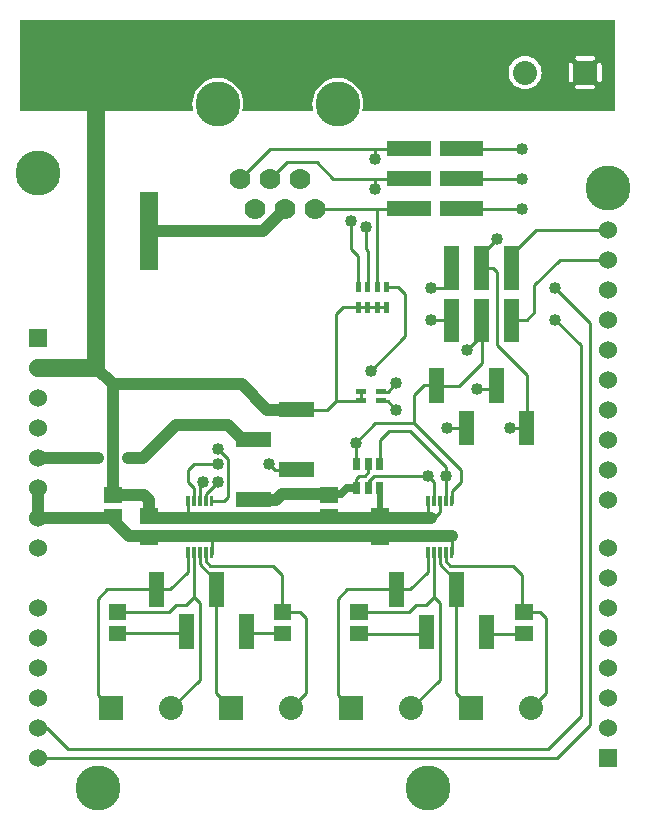
<source format=gbr>
G04 start of page 2 for group 0 idx 0 *
G04 Title: (unknown), component *
G04 Creator: pcb 20140316 *
G04 CreationDate: Wed 30 Mar 2016 07:58:56 PM GMT UTC *
G04 For: ndholmes *
G04 Format: Gerber/RS-274X *
G04 PCB-Dimensions (mil): 2100.00 2700.00 *
G04 PCB-Coordinate-Origin: lower left *
%MOIN*%
%FSLAX25Y25*%
%LNTOP*%
%ADD30C,0.1280*%
%ADD29C,0.0300*%
%ADD28C,0.0480*%
%ADD27C,0.0380*%
%ADD26C,0.1285*%
%ADD25R,0.0100X0.0100*%
%ADD24R,0.0120X0.0120*%
%ADD23R,0.0167X0.0167*%
%ADD22R,0.0240X0.0240*%
%ADD21R,0.0500X0.0500*%
%ADD20R,0.0512X0.0512*%
%ADD19C,0.0700*%
%ADD18C,0.0800*%
%ADD17C,0.1500*%
%ADD16C,0.0200*%
%ADD15C,0.0250*%
%ADD14C,0.0600*%
%ADD13C,0.0100*%
%ADD12C,0.0400*%
%ADD11C,0.0001*%
G54D11*G36*
X202500Y266000D02*Y235500D01*
X197150D01*
Y245148D01*
X197268Y245157D01*
X197382Y245185D01*
X197492Y245230D01*
X197592Y245291D01*
X197682Y245368D01*
X197759Y245458D01*
X197820Y245558D01*
X197865Y245668D01*
X197893Y245782D01*
X197900Y245900D01*
Y250900D01*
X197893Y251018D01*
X197865Y251132D01*
X197820Y251242D01*
X197759Y251342D01*
X197682Y251432D01*
X197592Y251509D01*
X197492Y251570D01*
X197382Y251615D01*
X197268Y251643D01*
X197150Y251652D01*
Y266000D01*
X202500D01*
G37*
G36*
X197150Y235500D02*X192400D01*
Y242900D01*
X194900D01*
X195018Y242907D01*
X195132Y242935D01*
X195242Y242980D01*
X195342Y243041D01*
X195432Y243118D01*
X195509Y243208D01*
X195570Y243308D01*
X195615Y243418D01*
X195643Y243532D01*
X195652Y243650D01*
X195643Y243768D01*
X195615Y243882D01*
X195570Y243992D01*
X195509Y244092D01*
X195432Y244182D01*
X195342Y244259D01*
X195242Y244320D01*
X195132Y244365D01*
X195018Y244393D01*
X194900Y244400D01*
X192400D01*
Y252400D01*
X194900D01*
X195018Y252407D01*
X195132Y252435D01*
X195242Y252480D01*
X195342Y252541D01*
X195432Y252618D01*
X195509Y252708D01*
X195570Y252808D01*
X195615Y252918D01*
X195643Y253032D01*
X195652Y253150D01*
X195643Y253268D01*
X195615Y253382D01*
X195570Y253492D01*
X195509Y253592D01*
X195432Y253682D01*
X195342Y253759D01*
X195242Y253820D01*
X195132Y253865D01*
X195018Y253893D01*
X194900Y253900D01*
X192400D01*
Y266000D01*
X197150D01*
Y251652D01*
X197032Y251643D01*
X196918Y251615D01*
X196808Y251570D01*
X196708Y251509D01*
X196618Y251432D01*
X196541Y251342D01*
X196480Y251242D01*
X196435Y251132D01*
X196407Y251018D01*
X196400Y250900D01*
Y245900D01*
X196407Y245782D01*
X196435Y245668D01*
X196480Y245558D01*
X196541Y245458D01*
X196618Y245368D01*
X196708Y245291D01*
X196808Y245230D01*
X196918Y245185D01*
X197032Y245157D01*
X197150Y245148D01*
Y235500D01*
G37*
G36*
X192400D02*X187650D01*
Y245148D01*
X187768Y245157D01*
X187882Y245185D01*
X187992Y245230D01*
X188092Y245291D01*
X188182Y245368D01*
X188259Y245458D01*
X188320Y245558D01*
X188365Y245668D01*
X188393Y245782D01*
X188400Y245900D01*
Y250900D01*
X188393Y251018D01*
X188365Y251132D01*
X188320Y251242D01*
X188259Y251342D01*
X188182Y251432D01*
X188092Y251509D01*
X187992Y251570D01*
X187882Y251615D01*
X187768Y251643D01*
X187650Y251652D01*
Y266000D01*
X192400D01*
Y253900D01*
X189900D01*
X189782Y253893D01*
X189668Y253865D01*
X189558Y253820D01*
X189458Y253759D01*
X189368Y253682D01*
X189291Y253592D01*
X189230Y253492D01*
X189185Y253382D01*
X189157Y253268D01*
X189148Y253150D01*
X189157Y253032D01*
X189185Y252918D01*
X189230Y252808D01*
X189291Y252708D01*
X189368Y252618D01*
X189458Y252541D01*
X189558Y252480D01*
X189668Y252435D01*
X189782Y252407D01*
X189900Y252400D01*
X192400D01*
Y244400D01*
X189900D01*
X189782Y244393D01*
X189668Y244365D01*
X189558Y244320D01*
X189458Y244259D01*
X189368Y244182D01*
X189291Y244092D01*
X189230Y243992D01*
X189185Y243882D01*
X189157Y243768D01*
X189148Y243650D01*
X189157Y243532D01*
X189185Y243418D01*
X189230Y243308D01*
X189291Y243208D01*
X189368Y243118D01*
X189458Y243041D01*
X189558Y242980D01*
X189668Y242935D01*
X189782Y242907D01*
X189900Y242900D01*
X192400D01*
Y235500D01*
G37*
G36*
X187650D02*X172392D01*
Y242884D01*
X172400Y242883D01*
X173263Y242951D01*
X174105Y243153D01*
X174905Y243484D01*
X175643Y243937D01*
X176301Y244499D01*
X176863Y245157D01*
X177316Y245895D01*
X177647Y246695D01*
X177849Y247537D01*
X177900Y248400D01*
X177849Y249263D01*
X177647Y250105D01*
X177316Y250905D01*
X176863Y251643D01*
X176301Y252301D01*
X175643Y252863D01*
X174905Y253316D01*
X174105Y253647D01*
X173263Y253849D01*
X172400Y253917D01*
X172392Y253916D01*
Y266000D01*
X187650D01*
Y251652D01*
X187532Y251643D01*
X187418Y251615D01*
X187308Y251570D01*
X187208Y251509D01*
X187118Y251432D01*
X187041Y251342D01*
X186980Y251242D01*
X186935Y251132D01*
X186907Y251018D01*
X186900Y250900D01*
Y245900D01*
X186907Y245782D01*
X186935Y245668D01*
X186980Y245558D01*
X187041Y245458D01*
X187118Y245368D01*
X187208Y245291D01*
X187308Y245230D01*
X187418Y245185D01*
X187532Y245157D01*
X187650Y245148D01*
Y235500D01*
G37*
G36*
X172392D02*X118141D01*
X118421Y236666D01*
X118500Y238000D01*
X118421Y239334D01*
X118109Y240635D01*
X117597Y241871D01*
X116898Y243012D01*
X116029Y244029D01*
X115012Y244898D01*
X113871Y245597D01*
X112635Y246109D01*
X111334Y246421D01*
X110000Y246526D01*
X108666Y246421D01*
X107365Y246109D01*
X106129Y245597D01*
X104988Y244898D01*
X103971Y244029D01*
X103102Y243012D01*
X102403Y241871D01*
X101891Y240635D01*
X101579Y239334D01*
X101474Y238000D01*
X101579Y236666D01*
X101859Y235500D01*
X78141D01*
X78421Y236666D01*
X78500Y238000D01*
X78421Y239334D01*
X78109Y240635D01*
X77597Y241871D01*
X76898Y243012D01*
X76029Y244029D01*
X75012Y244898D01*
X73871Y245597D01*
X72635Y246109D01*
X71334Y246421D01*
X70000Y246526D01*
X68666Y246421D01*
X67365Y246109D01*
X66129Y245597D01*
X64988Y244898D01*
X63971Y244029D01*
X63102Y243012D01*
X62403Y241871D01*
X61891Y240635D01*
X61579Y239334D01*
X61474Y238000D01*
X61579Y236666D01*
X61859Y235500D01*
X4000D01*
Y266000D01*
X172392D01*
Y253916D01*
X171537Y253849D01*
X170695Y253647D01*
X169895Y253316D01*
X169157Y252863D01*
X168499Y252301D01*
X167937Y251643D01*
X167484Y250905D01*
X167153Y250105D01*
X166951Y249263D01*
X166883Y248400D01*
X166951Y247537D01*
X167153Y246695D01*
X167484Y245895D01*
X167937Y245157D01*
X168499Y244499D01*
X169157Y243937D01*
X169895Y243484D01*
X170695Y243153D01*
X171537Y242951D01*
X172392Y242884D01*
Y235500D01*
G37*
G36*
X50000Y208500D02*Y182500D01*
X44000D01*
Y208500D01*
X50000D01*
G37*
G54D12*X10000Y110000D02*Y100000D01*
X26000D01*
X22000D02*X35000D01*
G54D13*X60000Y106000D02*Y99000D01*
X64000Y113000D02*Y105000D01*
X62000D02*Y110000D01*
X60000Y112000D01*
X64000Y88452D02*Y84500D01*
X60000Y112000D02*Y115000D01*
Y113000D02*Y116000D01*
X62000Y118000D01*
X70000D01*
X61000Y117000D02*X62000Y118000D01*
X66000Y105000D02*Y108000D01*
X68000Y110000D01*
X67000Y109000D02*X71000Y113000D01*
G54D12*X35000Y107543D02*X45457D01*
X47000Y106000D01*
Y100543D01*
X34500Y100000D02*X40500Y94000D01*
G54D13*X60063Y82063D02*X54173Y76173D01*
X62031Y88452D02*Y73531D01*
X56000Y71000D02*X59500D01*
X62031Y73531D02*X59500Y71000D01*
X62031Y73531D02*X64000Y71562D01*
X60063Y88452D02*Y82063D01*
X54173Y76173D02*X33173D01*
X36500Y68543D02*X53543D01*
X56000Y71000D01*
X67937Y105548D02*X72048D01*
G54D14*X29500Y150000D02*Y253000D01*
G54D12*X85000Y195500D02*X47000D01*
G54D13*X33173Y76173D02*X30000Y73000D01*
Y41000D01*
X34500Y36500D01*
X64000Y71476D02*Y45914D01*
Y46000D02*X54500Y36500D01*
X69500Y41500D02*X74500Y36500D01*
G54D12*X40500Y94000D02*X55000D01*
G54D13*X36500Y61457D02*X59000D01*
X10000Y30000D02*X13000D01*
X20000Y23000D01*
X69500Y75673D02*Y41500D01*
X65969Y88452D02*Y85531D01*
X67500Y84000D01*
X64000Y84500D02*X69500Y79000D01*
G54D12*X35000Y108000D02*Y144500D01*
X29500Y150000D01*
X35000Y144500D02*X78000D01*
X86500Y136000D01*
X96086D01*
G54D14*X29500Y150000D02*X10000D01*
G54D13*X72048Y105548D02*X73500Y107000D01*
Y119500D01*
X70000Y123000D01*
G54D12*X10000Y120000D02*X30000D01*
X45000D02*X56000Y131000D01*
X73500D01*
X78500Y126000D01*
X40000Y120000D02*X45000D01*
G54D13*X147500Y84000D02*X168500D01*
X171500Y81000D01*
X144000Y88452D02*Y84500D01*
X149500Y79000D01*
X183000Y20000D02*X187000Y24000D01*
X180000Y23000D02*X184000Y27000D01*
X186000Y23000D02*X194000Y31000D01*
X182000Y25000D02*X191000Y34000D01*
X194000Y31000D02*Y165000D01*
X191000Y34000D02*Y157500D01*
X171500Y81000D02*Y68543D01*
X163000Y157500D02*X173000Y147500D01*
Y129914D01*
X167500Y130000D02*X173000D01*
X156500Y143000D02*X163000D01*
X153000Y156000D02*X158000Y161000D01*
X171500Y68543D02*X177457D01*
X171500Y61370D02*X159000D01*
X177457Y68543D02*X179500Y66500D01*
Y41500D01*
X174500Y36500D01*
X142000Y105000D02*Y112000D01*
X146000Y105000D02*Y117000D01*
Y116000D02*Y117000D01*
X151000Y116000D02*Y112000D01*
X148000Y109000D01*
Y105000D01*
X122000Y114000D02*X140000D01*
X116500Y61370D02*X139000D01*
X126575Y138925D02*X129500Y136000D01*
X132500Y160500D02*X121000Y149000D01*
X146500Y130000D02*X153000D01*
X10000Y20000D02*X183000D01*
X20000Y23000D02*X180000D01*
X67500Y84000D02*X88500D01*
X91500Y81000D01*
Y68543D01*
Y61457D02*X79000D01*
X91500Y68543D02*X97457D01*
X99500Y66500D01*
Y41500D01*
X110000Y73000D02*Y41000D01*
X99500Y41500D02*X94500Y36500D01*
X110000Y41000D02*X114500Y36500D01*
X140063Y88452D02*Y82063D01*
X134173Y76173D01*
X113173D01*
X110000Y73000D01*
X116500Y68543D02*X133543D01*
X136000Y71000D01*
X139500D01*
X144000Y71476D02*Y45914D01*
Y46000D02*X134500Y36500D01*
X149500Y75673D02*Y41500D01*
X154500Y36500D01*
X142031Y88452D02*Y73531D01*
X139500Y71000D01*
X142031Y73531D02*X144000Y71562D01*
X145969Y88452D02*Y85531D01*
X147500Y84000D01*
X120100Y115100D02*X119000Y114000D01*
X96086Y116000D02*X89000D01*
X87000Y118000D01*
X117652Y138925D02*X109425D01*
X106500Y136000D01*
X96086D01*
X109500Y168000D02*Y138925D01*
X200000Y196000D02*X176000D01*
X168000Y188000D01*
X200000Y186000D02*X184000D01*
X175500Y177500D01*
Y168500D01*
X173000Y166000D01*
X168000D01*
X163000Y182000D02*Y157500D01*
X194000Y165000D02*X182500Y176500D01*
X141000D02*X148000D01*
X158000Y183240D02*X161760D01*
X163000Y182000D01*
Y193000D02*X158000Y188000D01*
X191000Y157500D02*X182500Y166000D01*
X171500Y223000D02*X151240D01*
X171500Y213000D02*X151240D01*
X171500Y203000D02*X151240D01*
X141000Y166000D02*X148000D01*
X158000Y165760D02*Y151500D01*
X133760Y203000D02*X102500D01*
X133760Y213000D02*X108500D01*
X103000Y218500D01*
X93000D01*
X122500Y209500D02*Y213000D01*
X93000Y218500D02*X87500Y213000D01*
X133760Y223000D02*X87500D01*
X77500Y213000D01*
X122500Y219500D02*Y223000D01*
G54D12*X85000Y195500D02*X92500Y203000D01*
G54D13*X126224Y170152D02*X111652D01*
X109500Y168000D01*
X119925Y176848D02*Y189075D01*
X119500Y189500D01*
Y197000D01*
X116776Y176848D02*Y187224D01*
X114500Y189500D01*
Y199000D01*
X123075Y176848D02*Y203000D01*
X126224Y176848D02*X130152D01*
X132500Y174500D01*
Y160500D01*
X142000Y112000D02*X140000Y114000D01*
X146000Y117000D02*X134000Y129000D01*
X151000Y116000D02*X135500Y131500D01*
X116000Y117000D02*Y125000D01*
X124000Y117000D02*Y126000D01*
X127000Y129000D01*
X116000Y125000D02*X122500Y131500D01*
X120000Y109000D02*Y112000D01*
X122000Y114000D01*
X116000Y110000D02*Y113000D01*
X117000Y114000D01*
X119000D02*X117000D01*
G54D15*X116000Y110000D02*X113000D01*
X111000Y108000D01*
X107000D01*
X106000Y107000D01*
G54D13*X120100Y118000D02*Y115100D01*
G54D16*X124000Y110000D02*Y100000D01*
G54D12*X45000Y94000D02*X148000D01*
G54D13*Y88000D02*Y94000D01*
X142000Y100000D02*X144000Y102000D01*
G54D12*X106000Y108000D02*X91500D01*
X89500Y106000D01*
X81914D01*
G54D13*X68000Y88000D02*Y94000D01*
X140000Y106000D02*Y99000D01*
X144000Y102000D02*Y105000D01*
G54D12*X46500Y100000D02*X141000D01*
G54D13*X158000Y151500D02*X150500Y144000D01*
X143000D01*
X135500Y141000D02*X138586Y144086D01*
X143000D01*
X127000Y129000D02*X134000D01*
X135500Y131500D02*X122500D01*
X135500D02*Y141000D01*
X117652Y142075D02*Y138925D01*
X124348Y142075D02*X126575D01*
X129500Y145000D01*
X124348Y138925D02*X126575D01*
G54D17*X30000Y10000D03*
G54D14*X10000Y70000D03*
Y60000D03*
Y50000D03*
Y40000D03*
Y30000D03*
Y20000D03*
G54D11*G36*
X70500Y40500D02*Y32500D01*
X78500D01*
Y40500D01*
X70500D01*
G37*
G36*
X30500D02*Y32500D01*
X38500D01*
Y40500D01*
X30500D01*
G37*
G54D18*X54500Y36500D03*
X94500D03*
G54D17*X200000Y210000D03*
G54D14*Y70000D03*
Y80000D03*
Y90000D03*
Y106000D03*
Y116000D03*
Y126000D03*
Y136000D03*
Y146000D03*
Y156000D03*
Y166000D03*
Y186000D03*
Y196000D03*
G54D11*G36*
X188400Y252400D02*Y244400D01*
X196400D01*
Y252400D01*
X188400D01*
G37*
G54D18*X172400Y248400D03*
G54D17*X140000Y10000D03*
G54D11*G36*
X110500Y40500D02*Y32500D01*
X118500D01*
Y40500D01*
X110500D01*
G37*
G54D18*X134500Y36500D03*
G54D14*X200000Y176000D03*
G54D11*G36*
X197000Y23000D02*Y17000D01*
X203000D01*
Y23000D01*
X197000D01*
G37*
G54D14*X200000Y30000D03*
Y40000D03*
Y50000D03*
Y60000D03*
G54D11*G36*
X150500Y40500D02*Y32500D01*
X158500D01*
Y40500D01*
X150500D01*
G37*
G54D18*X174500Y36500D03*
G54D17*X10000Y215000D03*
G54D11*G36*
X7000Y163000D02*Y157000D01*
X13000D01*
Y163000D01*
X7000D01*
G37*
G54D14*X10000Y150000D03*
Y140000D03*
Y130000D03*
Y120000D03*
Y110000D03*
Y100000D03*
Y90000D03*
G54D19*X102500Y203000D03*
X97500Y213000D03*
X92500Y203000D03*
X87500Y213000D03*
X82500Y203000D03*
X77500Y213000D03*
G54D17*X70000Y238000D03*
X110000D03*
G54D20*X91107Y61457D02*X91893D01*
X91107Y68543D02*X91893D01*
X171607Y61457D02*X172393D01*
X171607Y68543D02*X172393D01*
X116607Y61457D02*X117393D01*
X116607Y68543D02*X117393D01*
G54D21*X129500Y79413D02*Y72760D01*
X139500Y65240D02*Y58587D01*
X159500Y65240D02*Y58587D01*
G54D22*X120100Y118800D02*Y117200D01*
X116200Y118800D02*Y117200D01*
Y110600D02*Y109000D01*
X120100Y110600D02*Y109000D01*
G54D20*X106607Y107543D02*X107393D01*
X106607Y100457D02*X107393D01*
G54D21*X78587Y106000D02*X85240D01*
X92760Y116000D02*X99413D01*
X78587Y126000D02*X85240D01*
X92760Y136000D02*X99413D01*
G54D23*X116776Y171087D02*Y169217D01*
X119925Y171087D02*Y169217D01*
X116717Y142075D02*X118587D01*
X116717Y138925D02*X118587D01*
X123413D02*X125283D01*
X123413Y142075D02*X125283D01*
G54D21*X143000Y147413D02*Y140760D01*
X153000Y133240D02*Y126587D01*
X173000Y133240D02*Y126587D01*
X163000Y147413D02*Y140760D01*
X148000Y170504D02*Y161016D01*
X158000Y170504D02*Y161016D01*
X168000Y170504D02*Y161016D01*
G54D23*X123075Y171087D02*Y169217D01*
Y177783D02*Y175913D01*
X119925Y177783D02*Y175913D01*
X116776Y177783D02*Y175913D01*
X126224Y171087D02*Y169217D01*
Y177783D02*Y175913D01*
G54D21*X129016Y223000D02*X138504D01*
X129016Y213000D02*X138504D01*
X129016Y203000D02*X138504D01*
X146496D02*X155984D01*
X146496Y213000D02*X155984D01*
X146496Y223000D02*X155984D01*
X168000Y187984D02*Y178496D01*
X158000Y187984D02*Y178496D01*
X148000Y187984D02*Y178496D01*
G54D22*X124000Y118800D02*Y117200D01*
Y110600D02*Y109000D01*
G54D20*X123607Y100543D02*X124393D01*
X123607Y93457D02*X124393D01*
G54D24*X147937Y106697D02*Y104398D01*
G54D25*Y106000D02*Y105000D01*
G54D24*X145969Y106697D02*Y104398D01*
X144000Y106697D02*Y104398D01*
G54D25*X145969Y106000D02*Y105000D01*
X144000Y106000D02*Y105000D01*
G54D24*X142031Y106697D02*Y104398D01*
X140063Y106697D02*Y104398D01*
G54D25*X142031Y106000D02*Y105000D01*
X140063Y106000D02*Y105000D01*
G54D21*X149500Y79413D02*Y72760D01*
G54D24*X147937Y89602D02*Y87303D01*
G54D25*Y89000D02*Y88000D01*
G54D24*X140063Y89602D02*Y87303D01*
X142031Y89602D02*Y87303D01*
G54D25*X140063Y89000D02*Y88000D01*
X142031Y89000D02*Y88000D01*
G54D24*X144000Y89602D02*Y87303D01*
X145969Y89602D02*Y87303D01*
G54D25*X144000Y89000D02*Y88000D01*
X145969Y89000D02*Y88000D01*
G54D20*X34607Y100457D02*X35393D01*
X34607Y107543D02*X35393D01*
X46607Y100543D02*X47393D01*
X46607Y93457D02*X47393D01*
G54D24*X60063Y89602D02*Y87303D01*
X62031Y89602D02*Y87303D01*
G54D25*X60063Y89000D02*Y88000D01*
X62031Y89000D02*Y88000D01*
G54D24*X64000Y89602D02*Y87303D01*
X65969Y89602D02*Y87303D01*
X67937Y89602D02*Y87303D01*
G54D25*X64000Y89000D02*Y88000D01*
X65969Y89000D02*Y88000D01*
X67937Y89000D02*Y88000D01*
G54D24*Y106697D02*Y104398D01*
G54D25*Y106000D02*Y105000D01*
G54D24*X65969Y106697D02*Y104398D01*
G54D25*Y106000D02*Y105000D01*
G54D24*X64000Y106697D02*Y104398D01*
X62031Y106697D02*Y104398D01*
X60063Y106697D02*Y104398D01*
G54D25*X64000Y106000D02*Y105000D01*
X62031Y106000D02*Y105000D01*
X60063Y106000D02*Y105000D01*
G54D20*X36107Y61457D02*X36893D01*
X36107Y68543D02*X36893D01*
G54D21*X49500Y79499D02*Y72846D01*
X59500Y65326D02*Y58673D01*
X79500Y65326D02*Y58673D01*
X69500Y79499D02*Y72846D01*
G54D12*X146000Y114000D03*
X140000D03*
X167500Y130000D03*
X146500D03*
X116000Y125000D03*
X182500Y176500D03*
X141000D03*
X182500Y166000D03*
X141000D03*
X129500Y136000D03*
Y145000D03*
X122500Y209500D03*
Y219500D03*
X119500Y197000D03*
X114500Y199000D03*
X121000Y149000D03*
X156500Y143000D03*
X171500Y223000D03*
Y213000D03*
Y203000D03*
X153000Y156000D03*
X163000Y193000D03*
X64000Y94000D03*
X59000D03*
X54000D03*
X70000Y112000D03*
Y118000D03*
X65000Y112000D03*
X94000Y108000D03*
X87000Y118000D03*
X100000Y108000D03*
X70000Y123000D03*
X30000Y120000D03*
X25000D03*
X40000D03*
X45000D03*
X47000Y195500D03*
Y190500D03*
Y185500D03*
Y200500D03*
Y205500D03*
G54D16*G54D26*G54D27*G54D28*G54D26*G54D27*G54D28*G54D26*G54D28*G54D27*G54D28*G54D26*G54D27*G54D29*G54D30*M02*

</source>
